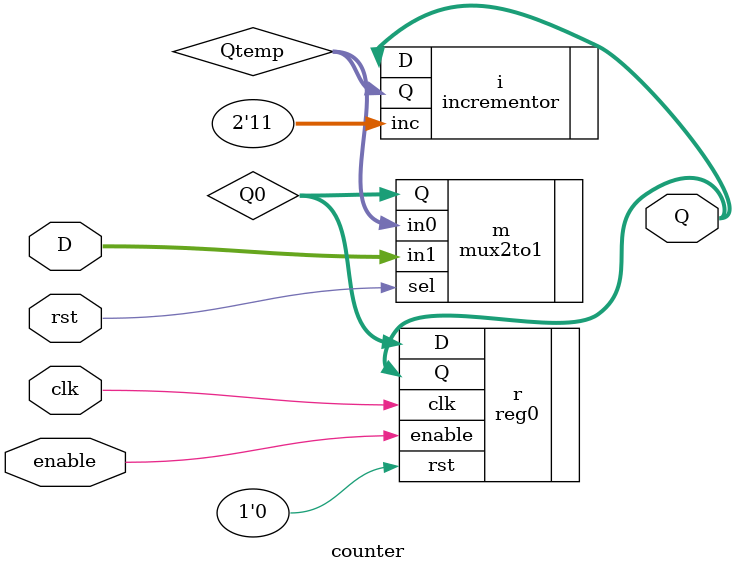
<source format=v>
`include "reg.v"
`include "incrementor.v"
`include "mux2to1.v"
module counter(D, rst, enable, clk, Q);
	parameter width = 32;
	input rst, enable, clk;
	input [width-1:0] D;
	output [width-1:0] Q;
	wire [width-1:0] Q0, Qtemp;

mux2to1 m(
	.in0(Qtemp),
	.in1(D),
	.sel(rst),
	.Q(Q0));
defparam m.width = width;

reg0 r(
	.clk(clk),
	.enable(enable),
	.rst(1'b0),
	.D(Q0),
	.Q(Q));
defparam r.width = width;

incrementor i(
	.D(Q),
	.Q(Qtemp),
	.inc(2'b11));
defparam i.width = width;

endmodule
</source>
